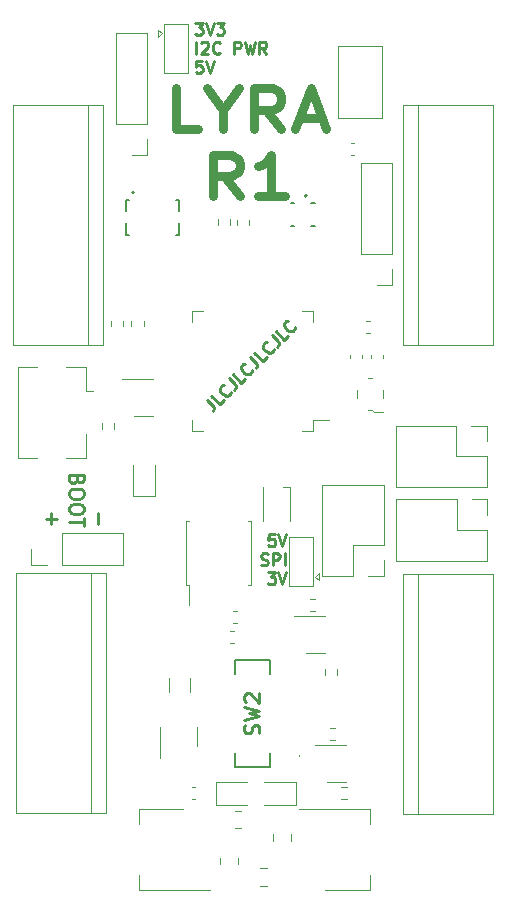
<source format=gbr>
%TF.GenerationSoftware,KiCad,Pcbnew,7.0.5*%
%TF.CreationDate,2023-08-09T18:59:09-07:00*%
%TF.ProjectId,lyra r1,6c797261-2072-4312-9e6b-696361645f70,rev?*%
%TF.SameCoordinates,Original*%
%TF.FileFunction,Legend,Top*%
%TF.FilePolarity,Positive*%
%FSLAX46Y46*%
G04 Gerber Fmt 4.6, Leading zero omitted, Abs format (unit mm)*
G04 Created by KiCad (PCBNEW 7.0.5) date 2023-08-09 18:59:09*
%MOMM*%
%LPD*%
G01*
G04 APERTURE LIST*
%ADD10C,0.750000*%
%ADD11C,0.250000*%
%ADD12C,0.254000*%
%ADD13C,0.120000*%
%ADD14C,0.200000*%
%ADD15C,0.071590*%
%ADD16C,0.127000*%
G04 APERTURE END LIST*
D10*
X140640324Y-92805267D02*
X138735562Y-92805267D01*
X138735562Y-92805267D02*
X138735562Y-89305267D01*
X142735562Y-91138601D02*
X142735562Y-92805267D01*
X141402229Y-89305267D02*
X142735562Y-91138601D01*
X142735562Y-91138601D02*
X144068896Y-89305267D01*
X147687943Y-92805267D02*
X146354609Y-91138601D01*
X145402228Y-92805267D02*
X145402228Y-89305267D01*
X145402228Y-89305267D02*
X146926038Y-89305267D01*
X146926038Y-89305267D02*
X147306990Y-89471934D01*
X147306990Y-89471934D02*
X147497467Y-89638601D01*
X147497467Y-89638601D02*
X147687943Y-89971934D01*
X147687943Y-89971934D02*
X147687943Y-90471934D01*
X147687943Y-90471934D02*
X147497467Y-90805267D01*
X147497467Y-90805267D02*
X147306990Y-90971934D01*
X147306990Y-90971934D02*
X146926038Y-91138601D01*
X146926038Y-91138601D02*
X145402228Y-91138601D01*
X149211752Y-91805267D02*
X151116514Y-91805267D01*
X148830800Y-92805267D02*
X150164133Y-89305267D01*
X150164133Y-89305267D02*
X151497467Y-92805267D01*
X144164133Y-98440267D02*
X142830799Y-96773601D01*
X141878418Y-98440267D02*
X141878418Y-94940267D01*
X141878418Y-94940267D02*
X143402228Y-94940267D01*
X143402228Y-94940267D02*
X143783180Y-95106934D01*
X143783180Y-95106934D02*
X143973657Y-95273601D01*
X143973657Y-95273601D02*
X144164133Y-95606934D01*
X144164133Y-95606934D02*
X144164133Y-96106934D01*
X144164133Y-96106934D02*
X143973657Y-96440267D01*
X143973657Y-96440267D02*
X143783180Y-96606934D01*
X143783180Y-96606934D02*
X143402228Y-96773601D01*
X143402228Y-96773601D02*
X141878418Y-96773601D01*
X147973657Y-98440267D02*
X145687942Y-98440267D01*
X146830799Y-98440267D02*
X146830799Y-94940267D01*
X146830799Y-94940267D02*
X146449847Y-95440267D01*
X146449847Y-95440267D02*
X146068895Y-95773601D01*
X146068895Y-95773601D02*
X145687942Y-95940267D01*
D11*
X147102188Y-127082219D02*
X146625998Y-127082219D01*
X146625998Y-127082219D02*
X146578379Y-127558409D01*
X146578379Y-127558409D02*
X146625998Y-127510790D01*
X146625998Y-127510790D02*
X146721236Y-127463171D01*
X146721236Y-127463171D02*
X146959331Y-127463171D01*
X146959331Y-127463171D02*
X147054569Y-127510790D01*
X147054569Y-127510790D02*
X147102188Y-127558409D01*
X147102188Y-127558409D02*
X147149807Y-127653647D01*
X147149807Y-127653647D02*
X147149807Y-127891742D01*
X147149807Y-127891742D02*
X147102188Y-127986980D01*
X147102188Y-127986980D02*
X147054569Y-128034600D01*
X147054569Y-128034600D02*
X146959331Y-128082219D01*
X146959331Y-128082219D02*
X146721236Y-128082219D01*
X146721236Y-128082219D02*
X146625998Y-128034600D01*
X146625998Y-128034600D02*
X146578379Y-127986980D01*
X147435522Y-127082219D02*
X147768855Y-128082219D01*
X147768855Y-128082219D02*
X148102188Y-127082219D01*
X145959332Y-129644600D02*
X146102189Y-129692219D01*
X146102189Y-129692219D02*
X146340284Y-129692219D01*
X146340284Y-129692219D02*
X146435522Y-129644600D01*
X146435522Y-129644600D02*
X146483141Y-129596980D01*
X146483141Y-129596980D02*
X146530760Y-129501742D01*
X146530760Y-129501742D02*
X146530760Y-129406504D01*
X146530760Y-129406504D02*
X146483141Y-129311266D01*
X146483141Y-129311266D02*
X146435522Y-129263647D01*
X146435522Y-129263647D02*
X146340284Y-129216028D01*
X146340284Y-129216028D02*
X146149808Y-129168409D01*
X146149808Y-129168409D02*
X146054570Y-129120790D01*
X146054570Y-129120790D02*
X146006951Y-129073171D01*
X146006951Y-129073171D02*
X145959332Y-128977933D01*
X145959332Y-128977933D02*
X145959332Y-128882695D01*
X145959332Y-128882695D02*
X146006951Y-128787457D01*
X146006951Y-128787457D02*
X146054570Y-128739838D01*
X146054570Y-128739838D02*
X146149808Y-128692219D01*
X146149808Y-128692219D02*
X146387903Y-128692219D01*
X146387903Y-128692219D02*
X146530760Y-128739838D01*
X146959332Y-129692219D02*
X146959332Y-128692219D01*
X146959332Y-128692219D02*
X147340284Y-128692219D01*
X147340284Y-128692219D02*
X147435522Y-128739838D01*
X147435522Y-128739838D02*
X147483141Y-128787457D01*
X147483141Y-128787457D02*
X147530760Y-128882695D01*
X147530760Y-128882695D02*
X147530760Y-129025552D01*
X147530760Y-129025552D02*
X147483141Y-129120790D01*
X147483141Y-129120790D02*
X147435522Y-129168409D01*
X147435522Y-129168409D02*
X147340284Y-129216028D01*
X147340284Y-129216028D02*
X146959332Y-129216028D01*
X147959332Y-129692219D02*
X147959332Y-128692219D01*
X146530760Y-130302219D02*
X147149807Y-130302219D01*
X147149807Y-130302219D02*
X146816474Y-130683171D01*
X146816474Y-130683171D02*
X146959331Y-130683171D01*
X146959331Y-130683171D02*
X147054569Y-130730790D01*
X147054569Y-130730790D02*
X147102188Y-130778409D01*
X147102188Y-130778409D02*
X147149807Y-130873647D01*
X147149807Y-130873647D02*
X147149807Y-131111742D01*
X147149807Y-131111742D02*
X147102188Y-131206980D01*
X147102188Y-131206980D02*
X147054569Y-131254600D01*
X147054569Y-131254600D02*
X146959331Y-131302219D01*
X146959331Y-131302219D02*
X146673617Y-131302219D01*
X146673617Y-131302219D02*
X146578379Y-131254600D01*
X146578379Y-131254600D02*
X146530760Y-131206980D01*
X147435522Y-130302219D02*
X147768855Y-131302219D01*
X147768855Y-131302219D02*
X148102188Y-130302219D01*
X132188733Y-125290727D02*
X132188733Y-126235489D01*
X130369476Y-122456440D02*
X130310428Y-122633583D01*
X130310428Y-122633583D02*
X130251380Y-122692630D01*
X130251380Y-122692630D02*
X130133285Y-122751678D01*
X130133285Y-122751678D02*
X129956142Y-122751678D01*
X129956142Y-122751678D02*
X129838047Y-122692630D01*
X129838047Y-122692630D02*
X129779000Y-122633583D01*
X129779000Y-122633583D02*
X129719952Y-122515488D01*
X129719952Y-122515488D02*
X129719952Y-122043107D01*
X129719952Y-122043107D02*
X130959952Y-122043107D01*
X130959952Y-122043107D02*
X130959952Y-122456440D01*
X130959952Y-122456440D02*
X130900904Y-122574535D01*
X130900904Y-122574535D02*
X130841857Y-122633583D01*
X130841857Y-122633583D02*
X130723761Y-122692630D01*
X130723761Y-122692630D02*
X130605666Y-122692630D01*
X130605666Y-122692630D02*
X130487571Y-122633583D01*
X130487571Y-122633583D02*
X130428523Y-122574535D01*
X130428523Y-122574535D02*
X130369476Y-122456440D01*
X130369476Y-122456440D02*
X130369476Y-122043107D01*
X130959952Y-123519297D02*
X130959952Y-123755488D01*
X130959952Y-123755488D02*
X130900904Y-123873583D01*
X130900904Y-123873583D02*
X130782809Y-123991678D01*
X130782809Y-123991678D02*
X130546619Y-124050726D01*
X130546619Y-124050726D02*
X130133285Y-124050726D01*
X130133285Y-124050726D02*
X129897095Y-123991678D01*
X129897095Y-123991678D02*
X129779000Y-123873583D01*
X129779000Y-123873583D02*
X129719952Y-123755488D01*
X129719952Y-123755488D02*
X129719952Y-123519297D01*
X129719952Y-123519297D02*
X129779000Y-123401202D01*
X129779000Y-123401202D02*
X129897095Y-123283107D01*
X129897095Y-123283107D02*
X130133285Y-123224059D01*
X130133285Y-123224059D02*
X130546619Y-123224059D01*
X130546619Y-123224059D02*
X130782809Y-123283107D01*
X130782809Y-123283107D02*
X130900904Y-123401202D01*
X130900904Y-123401202D02*
X130959952Y-123519297D01*
X130959952Y-124818345D02*
X130959952Y-125054536D01*
X130959952Y-125054536D02*
X130900904Y-125172631D01*
X130900904Y-125172631D02*
X130782809Y-125290726D01*
X130782809Y-125290726D02*
X130546619Y-125349774D01*
X130546619Y-125349774D02*
X130133285Y-125349774D01*
X130133285Y-125349774D02*
X129897095Y-125290726D01*
X129897095Y-125290726D02*
X129779000Y-125172631D01*
X129779000Y-125172631D02*
X129719952Y-125054536D01*
X129719952Y-125054536D02*
X129719952Y-124818345D01*
X129719952Y-124818345D02*
X129779000Y-124700250D01*
X129779000Y-124700250D02*
X129897095Y-124582155D01*
X129897095Y-124582155D02*
X130133285Y-124523107D01*
X130133285Y-124523107D02*
X130546619Y-124523107D01*
X130546619Y-124523107D02*
X130782809Y-124582155D01*
X130782809Y-124582155D02*
X130900904Y-124700250D01*
X130900904Y-124700250D02*
X130959952Y-124818345D01*
X130959952Y-125704060D02*
X130959952Y-126412631D01*
X129719952Y-126058345D02*
X130959952Y-126058345D01*
X128195933Y-125290727D02*
X128195933Y-126235489D01*
X127723552Y-125763108D02*
X128668314Y-125763108D01*
X140388330Y-83782619D02*
X141007377Y-83782619D01*
X141007377Y-83782619D02*
X140674044Y-84163571D01*
X140674044Y-84163571D02*
X140816901Y-84163571D01*
X140816901Y-84163571D02*
X140912139Y-84211190D01*
X140912139Y-84211190D02*
X140959758Y-84258809D01*
X140959758Y-84258809D02*
X141007377Y-84354047D01*
X141007377Y-84354047D02*
X141007377Y-84592142D01*
X141007377Y-84592142D02*
X140959758Y-84687380D01*
X140959758Y-84687380D02*
X140912139Y-84735000D01*
X140912139Y-84735000D02*
X140816901Y-84782619D01*
X140816901Y-84782619D02*
X140531187Y-84782619D01*
X140531187Y-84782619D02*
X140435949Y-84735000D01*
X140435949Y-84735000D02*
X140388330Y-84687380D01*
X141293092Y-83782619D02*
X141626425Y-84782619D01*
X141626425Y-84782619D02*
X141959758Y-83782619D01*
X142197854Y-83782619D02*
X142816901Y-83782619D01*
X142816901Y-83782619D02*
X142483568Y-84163571D01*
X142483568Y-84163571D02*
X142626425Y-84163571D01*
X142626425Y-84163571D02*
X142721663Y-84211190D01*
X142721663Y-84211190D02*
X142769282Y-84258809D01*
X142769282Y-84258809D02*
X142816901Y-84354047D01*
X142816901Y-84354047D02*
X142816901Y-84592142D01*
X142816901Y-84592142D02*
X142769282Y-84687380D01*
X142769282Y-84687380D02*
X142721663Y-84735000D01*
X142721663Y-84735000D02*
X142626425Y-84782619D01*
X142626425Y-84782619D02*
X142340711Y-84782619D01*
X142340711Y-84782619D02*
X142245473Y-84735000D01*
X142245473Y-84735000D02*
X142197854Y-84687380D01*
X140483568Y-86392619D02*
X140483568Y-85392619D01*
X140912139Y-85487857D02*
X140959758Y-85440238D01*
X140959758Y-85440238D02*
X141054996Y-85392619D01*
X141054996Y-85392619D02*
X141293091Y-85392619D01*
X141293091Y-85392619D02*
X141388329Y-85440238D01*
X141388329Y-85440238D02*
X141435948Y-85487857D01*
X141435948Y-85487857D02*
X141483567Y-85583095D01*
X141483567Y-85583095D02*
X141483567Y-85678333D01*
X141483567Y-85678333D02*
X141435948Y-85821190D01*
X141435948Y-85821190D02*
X140864520Y-86392619D01*
X140864520Y-86392619D02*
X141483567Y-86392619D01*
X142483567Y-86297380D02*
X142435948Y-86345000D01*
X142435948Y-86345000D02*
X142293091Y-86392619D01*
X142293091Y-86392619D02*
X142197853Y-86392619D01*
X142197853Y-86392619D02*
X142054996Y-86345000D01*
X142054996Y-86345000D02*
X141959758Y-86249761D01*
X141959758Y-86249761D02*
X141912139Y-86154523D01*
X141912139Y-86154523D02*
X141864520Y-85964047D01*
X141864520Y-85964047D02*
X141864520Y-85821190D01*
X141864520Y-85821190D02*
X141912139Y-85630714D01*
X141912139Y-85630714D02*
X141959758Y-85535476D01*
X141959758Y-85535476D02*
X142054996Y-85440238D01*
X142054996Y-85440238D02*
X142197853Y-85392619D01*
X142197853Y-85392619D02*
X142293091Y-85392619D01*
X142293091Y-85392619D02*
X142435948Y-85440238D01*
X142435948Y-85440238D02*
X142483567Y-85487857D01*
X143674044Y-86392619D02*
X143674044Y-85392619D01*
X143674044Y-85392619D02*
X144054996Y-85392619D01*
X144054996Y-85392619D02*
X144150234Y-85440238D01*
X144150234Y-85440238D02*
X144197853Y-85487857D01*
X144197853Y-85487857D02*
X144245472Y-85583095D01*
X144245472Y-85583095D02*
X144245472Y-85725952D01*
X144245472Y-85725952D02*
X144197853Y-85821190D01*
X144197853Y-85821190D02*
X144150234Y-85868809D01*
X144150234Y-85868809D02*
X144054996Y-85916428D01*
X144054996Y-85916428D02*
X143674044Y-85916428D01*
X144578806Y-85392619D02*
X144816901Y-86392619D01*
X144816901Y-86392619D02*
X145007377Y-85678333D01*
X145007377Y-85678333D02*
X145197853Y-86392619D01*
X145197853Y-86392619D02*
X145435949Y-85392619D01*
X146388329Y-86392619D02*
X146054996Y-85916428D01*
X145816901Y-86392619D02*
X145816901Y-85392619D01*
X145816901Y-85392619D02*
X146197853Y-85392619D01*
X146197853Y-85392619D02*
X146293091Y-85440238D01*
X146293091Y-85440238D02*
X146340710Y-85487857D01*
X146340710Y-85487857D02*
X146388329Y-85583095D01*
X146388329Y-85583095D02*
X146388329Y-85725952D01*
X146388329Y-85725952D02*
X146340710Y-85821190D01*
X146340710Y-85821190D02*
X146293091Y-85868809D01*
X146293091Y-85868809D02*
X146197853Y-85916428D01*
X146197853Y-85916428D02*
X145816901Y-85916428D01*
X140959758Y-87002619D02*
X140483568Y-87002619D01*
X140483568Y-87002619D02*
X140435949Y-87478809D01*
X140435949Y-87478809D02*
X140483568Y-87431190D01*
X140483568Y-87431190D02*
X140578806Y-87383571D01*
X140578806Y-87383571D02*
X140816901Y-87383571D01*
X140816901Y-87383571D02*
X140912139Y-87431190D01*
X140912139Y-87431190D02*
X140959758Y-87478809D01*
X140959758Y-87478809D02*
X141007377Y-87574047D01*
X141007377Y-87574047D02*
X141007377Y-87812142D01*
X141007377Y-87812142D02*
X140959758Y-87907380D01*
X140959758Y-87907380D02*
X140912139Y-87955000D01*
X140912139Y-87955000D02*
X140816901Y-88002619D01*
X140816901Y-88002619D02*
X140578806Y-88002619D01*
X140578806Y-88002619D02*
X140483568Y-87955000D01*
X140483568Y-87955000D02*
X140435949Y-87907380D01*
X141293092Y-87002619D02*
X141626425Y-88002619D01*
X141626425Y-88002619D02*
X141959758Y-87002619D01*
X141428554Y-115690174D02*
X141933630Y-116195250D01*
X141933630Y-116195250D02*
X142000973Y-116329937D01*
X142000973Y-116329937D02*
X142000973Y-116464624D01*
X142000973Y-116464624D02*
X141933630Y-116599311D01*
X141933630Y-116599311D02*
X141866286Y-116666655D01*
X142809096Y-115723846D02*
X142472378Y-116060563D01*
X142472378Y-116060563D02*
X141765271Y-115353456D01*
X143381516Y-115016739D02*
X143381516Y-115084082D01*
X143381516Y-115084082D02*
X143314172Y-115218769D01*
X143314172Y-115218769D02*
X143246829Y-115286113D01*
X143246829Y-115286113D02*
X143112142Y-115353456D01*
X143112142Y-115353456D02*
X142977455Y-115353456D01*
X142977455Y-115353456D02*
X142876439Y-115319785D01*
X142876439Y-115319785D02*
X142708081Y-115218769D01*
X142708081Y-115218769D02*
X142607065Y-115117754D01*
X142607065Y-115117754D02*
X142506050Y-114949395D01*
X142506050Y-114949395D02*
X142472378Y-114848380D01*
X142472378Y-114848380D02*
X142472378Y-114713693D01*
X142472378Y-114713693D02*
X142539722Y-114579006D01*
X142539722Y-114579006D02*
X142607065Y-114511663D01*
X142607065Y-114511663D02*
X142741752Y-114444319D01*
X142741752Y-114444319D02*
X142809096Y-114444319D01*
X143246829Y-113871899D02*
X143751905Y-114376976D01*
X143751905Y-114376976D02*
X143819248Y-114511663D01*
X143819248Y-114511663D02*
X143819248Y-114646350D01*
X143819248Y-114646350D02*
X143751905Y-114781037D01*
X143751905Y-114781037D02*
X143684561Y-114848380D01*
X144627371Y-113905571D02*
X144290653Y-114242288D01*
X144290653Y-114242288D02*
X143583546Y-113535182D01*
X145199790Y-113198464D02*
X145199790Y-113265807D01*
X145199790Y-113265807D02*
X145132447Y-113400494D01*
X145132447Y-113400494D02*
X145065103Y-113467838D01*
X145065103Y-113467838D02*
X144930416Y-113535181D01*
X144930416Y-113535181D02*
X144795729Y-113535181D01*
X144795729Y-113535181D02*
X144694714Y-113501510D01*
X144694714Y-113501510D02*
X144526355Y-113400494D01*
X144526355Y-113400494D02*
X144425340Y-113299479D01*
X144425340Y-113299479D02*
X144324325Y-113131120D01*
X144324325Y-113131120D02*
X144290653Y-113030105D01*
X144290653Y-113030105D02*
X144290653Y-112895418D01*
X144290653Y-112895418D02*
X144357997Y-112760731D01*
X144357997Y-112760731D02*
X144425340Y-112693388D01*
X144425340Y-112693388D02*
X144560027Y-112626044D01*
X144560027Y-112626044D02*
X144627371Y-112626044D01*
X145065103Y-112053624D02*
X145570180Y-112558701D01*
X145570180Y-112558701D02*
X145637523Y-112693388D01*
X145637523Y-112693388D02*
X145637523Y-112828075D01*
X145637523Y-112828075D02*
X145570180Y-112962762D01*
X145570180Y-112962762D02*
X145502836Y-113030105D01*
X146445645Y-112087296D02*
X146108928Y-112424014D01*
X146108928Y-112424014D02*
X145401821Y-111716907D01*
X147018065Y-111380189D02*
X147018065Y-111447533D01*
X147018065Y-111447533D02*
X146950722Y-111582220D01*
X146950722Y-111582220D02*
X146883378Y-111649563D01*
X146883378Y-111649563D02*
X146748691Y-111716907D01*
X146748691Y-111716907D02*
X146614004Y-111716907D01*
X146614004Y-111716907D02*
X146512989Y-111683235D01*
X146512989Y-111683235D02*
X146344630Y-111582220D01*
X146344630Y-111582220D02*
X146243615Y-111481204D01*
X146243615Y-111481204D02*
X146142600Y-111312846D01*
X146142600Y-111312846D02*
X146108928Y-111211830D01*
X146108928Y-111211830D02*
X146108928Y-111077143D01*
X146108928Y-111077143D02*
X146176272Y-110942456D01*
X146176272Y-110942456D02*
X146243615Y-110875113D01*
X146243615Y-110875113D02*
X146378302Y-110807769D01*
X146378302Y-110807769D02*
X146445646Y-110807769D01*
X146883378Y-110235350D02*
X147388455Y-110740426D01*
X147388455Y-110740426D02*
X147455798Y-110875113D01*
X147455798Y-110875113D02*
X147455798Y-111009800D01*
X147455798Y-111009800D02*
X147388455Y-111144487D01*
X147388455Y-111144487D02*
X147321111Y-111211830D01*
X148263920Y-110269021D02*
X147927203Y-110605739D01*
X147927203Y-110605739D02*
X147220096Y-109898632D01*
X148836340Y-109561914D02*
X148836340Y-109629258D01*
X148836340Y-109629258D02*
X148768997Y-109763945D01*
X148768997Y-109763945D02*
X148701653Y-109831288D01*
X148701653Y-109831288D02*
X148566966Y-109898632D01*
X148566966Y-109898632D02*
X148432279Y-109898632D01*
X148432279Y-109898632D02*
X148331264Y-109864960D01*
X148331264Y-109864960D02*
X148162905Y-109763945D01*
X148162905Y-109763945D02*
X148061890Y-109662929D01*
X148061890Y-109662929D02*
X147960875Y-109494571D01*
X147960875Y-109494571D02*
X147927203Y-109393555D01*
X147927203Y-109393555D02*
X147927203Y-109258868D01*
X147927203Y-109258868D02*
X147994546Y-109124181D01*
X147994546Y-109124181D02*
X148061890Y-109056838D01*
X148061890Y-109056838D02*
X148196577Y-108989494D01*
X148196577Y-108989494D02*
X148263920Y-108989494D01*
D12*
%TO.C,SW2*%
X145765842Y-143943333D02*
X145826318Y-143761904D01*
X145826318Y-143761904D02*
X145826318Y-143459523D01*
X145826318Y-143459523D02*
X145765842Y-143338571D01*
X145765842Y-143338571D02*
X145705365Y-143278095D01*
X145705365Y-143278095D02*
X145584413Y-143217618D01*
X145584413Y-143217618D02*
X145463461Y-143217618D01*
X145463461Y-143217618D02*
X145342508Y-143278095D01*
X145342508Y-143278095D02*
X145282032Y-143338571D01*
X145282032Y-143338571D02*
X145221556Y-143459523D01*
X145221556Y-143459523D02*
X145161080Y-143701428D01*
X145161080Y-143701428D02*
X145100603Y-143822380D01*
X145100603Y-143822380D02*
X145040127Y-143882857D01*
X145040127Y-143882857D02*
X144919175Y-143943333D01*
X144919175Y-143943333D02*
X144798222Y-143943333D01*
X144798222Y-143943333D02*
X144677270Y-143882857D01*
X144677270Y-143882857D02*
X144616794Y-143822380D01*
X144616794Y-143822380D02*
X144556318Y-143701428D01*
X144556318Y-143701428D02*
X144556318Y-143399047D01*
X144556318Y-143399047D02*
X144616794Y-143217618D01*
X144556318Y-142794285D02*
X145826318Y-142491904D01*
X145826318Y-142491904D02*
X144919175Y-142249999D01*
X144919175Y-142249999D02*
X145826318Y-142008094D01*
X145826318Y-142008094D02*
X144556318Y-141705714D01*
X144677270Y-141282380D02*
X144616794Y-141221904D01*
X144616794Y-141221904D02*
X144556318Y-141100951D01*
X144556318Y-141100951D02*
X144556318Y-140798570D01*
X144556318Y-140798570D02*
X144616794Y-140677618D01*
X144616794Y-140677618D02*
X144677270Y-140617142D01*
X144677270Y-140617142D02*
X144798222Y-140556665D01*
X144798222Y-140556665D02*
X144919175Y-140556665D01*
X144919175Y-140556665D02*
X145100603Y-140617142D01*
X145100603Y-140617142D02*
X145826318Y-141342856D01*
X145826318Y-141342856D02*
X145826318Y-140556665D01*
D13*
%TO.C,R16*%
X134272500Y-109012742D02*
X134272500Y-109487258D01*
X133227500Y-109012742D02*
X133227500Y-109487258D01*
%TO.C,FB1*%
X140087221Y-148490000D02*
X140412779Y-148490000D01*
X140087221Y-149510000D02*
X140412779Y-149510000D01*
%TO.C,U6*%
X139642000Y-131376000D02*
X139902000Y-131376000D01*
X139902000Y-131376000D02*
X139902000Y-133051000D01*
X145092000Y-131376000D02*
X144832000Y-131376000D01*
X139642000Y-128651000D02*
X139642000Y-131376000D01*
X139642000Y-128651000D02*
X139642000Y-125926000D01*
X145092000Y-128651000D02*
X145092000Y-131376000D01*
X145092000Y-128651000D02*
X145092000Y-125926000D01*
X139642000Y-125926000D02*
X139902000Y-125926000D01*
X145092000Y-125926000D02*
X144832000Y-125926000D01*
%TO.C,JP1*%
X139750000Y-83900000D02*
X139750000Y-88000000D01*
X137750000Y-83900000D02*
X139750000Y-83900000D01*
X137250000Y-84350000D02*
X137250000Y-84950000D01*
X137550000Y-84650000D02*
X137250000Y-84350000D01*
X137550000Y-84650000D02*
X137250000Y-84950000D01*
X139750000Y-88000000D02*
X137750000Y-88000000D01*
X137750000Y-88000000D02*
X137750000Y-83900000D01*
%TO.C,R9*%
X151369500Y-138987258D02*
X151369500Y-138512742D01*
X152414500Y-138987258D02*
X152414500Y-138512742D01*
%TO.C,J6*%
X165120000Y-124130000D02*
X165120000Y-125460000D01*
X163790000Y-124130000D02*
X165120000Y-124130000D01*
X162520000Y-124130000D02*
X157380000Y-124130000D01*
X162520000Y-124130000D02*
X162520000Y-126730000D01*
X157380000Y-124130000D02*
X157380000Y-129330000D01*
X165120000Y-126730000D02*
X165120000Y-129330000D01*
X162520000Y-126730000D02*
X165120000Y-126730000D01*
X165120000Y-129330000D02*
X157380000Y-129330000D01*
%TO.C,Q3*%
X152362500Y-144940000D02*
X150562500Y-144940000D01*
X152362500Y-144940000D02*
X153162500Y-144940000D01*
X152362500Y-148060000D02*
X151562500Y-148060000D01*
X152362500Y-148060000D02*
X153162500Y-148060000D01*
%TO.C,J10*%
X126497800Y-129650800D02*
X126497800Y-128320800D01*
X127827800Y-129650800D02*
X126497800Y-129650800D01*
X129097800Y-129650800D02*
X134237800Y-129650800D01*
X129097800Y-129650800D02*
X129097800Y-126990800D01*
X134237800Y-129650800D02*
X134237800Y-126990800D01*
X129097800Y-126990800D02*
X134237800Y-126990800D01*
%TO.C,J12*%
X165560000Y-130470000D02*
X157940000Y-130470000D01*
X165560000Y-130470000D02*
X165560000Y-150790000D01*
X157940000Y-130470000D02*
X157940000Y-150790000D01*
X159210000Y-150790000D02*
X159210000Y-130470000D01*
X157940000Y-150790000D02*
X165560000Y-150790000D01*
%TO.C,C4*%
X147015000Y-153011252D02*
X147015000Y-152488748D01*
X148485000Y-153011252D02*
X148485000Y-152488748D01*
%TO.C,U7*%
X150360000Y-118360000D02*
X150360000Y-117410000D01*
X150360000Y-117410000D02*
X151700000Y-117410000D01*
X150360000Y-108140000D02*
X150360000Y-109090000D01*
X149410000Y-118360000D02*
X150360000Y-118360000D01*
X149410000Y-108140000D02*
X150360000Y-108140000D01*
X141090000Y-118360000D02*
X140140000Y-118360000D01*
X141090000Y-108140000D02*
X140140000Y-108140000D01*
X140140000Y-118360000D02*
X140140000Y-117410000D01*
X140140000Y-108140000D02*
X140140000Y-109090000D01*
%TO.C,C9*%
X143904580Y-134622000D02*
X143623420Y-134622000D01*
X143904580Y-133602000D02*
X143623420Y-133602000D01*
%TO.C,J11*%
X165560000Y-90710000D02*
X157940000Y-90710000D01*
X165560000Y-90710000D02*
X165560000Y-111030000D01*
X157940000Y-90710000D02*
X157940000Y-111030000D01*
X159210000Y-111030000D02*
X159210000Y-90710000D01*
X157940000Y-111030000D02*
X165560000Y-111030000D01*
%TO.C,J8*%
X156355000Y-130605000D02*
X155025000Y-130605000D01*
X156355000Y-129275000D02*
X156355000Y-130605000D01*
X156355000Y-128005000D02*
X156355000Y-122865000D01*
X156355000Y-128005000D02*
X153755000Y-128005000D01*
X156355000Y-122865000D02*
X151155000Y-122865000D01*
X153755000Y-130605000D02*
X151155000Y-130605000D01*
X153755000Y-128005000D02*
X153755000Y-130605000D01*
X151155000Y-130605000D02*
X151155000Y-122865000D01*
%TO.C,J5*%
X124940000Y-111030000D02*
X132560000Y-111030000D01*
X124940000Y-111030000D02*
X124940000Y-90710000D01*
X132560000Y-111030000D02*
X132560000Y-90710000D01*
X131290000Y-90710000D02*
X131290000Y-111030000D01*
X132560000Y-90710000D02*
X124940000Y-90710000D01*
%TO.C,U2*%
X149150000Y-150340000D02*
X155160000Y-150340000D01*
X151400000Y-157160000D02*
X155160000Y-157160000D01*
X155160000Y-150340000D02*
X155160000Y-151600000D01*
X155160000Y-157160000D02*
X155160000Y-155900000D01*
%TO.C,C19*%
X153490000Y-112140580D02*
X153490000Y-111859420D01*
X154510000Y-112140580D02*
X154510000Y-111859420D01*
%TO.C,Q2*%
X150571200Y-133974400D02*
X148771200Y-133974400D01*
X150571200Y-133974400D02*
X151371200Y-133974400D01*
X150571200Y-137094400D02*
X149771200Y-137094400D01*
X150571200Y-137094400D02*
X151371200Y-137094400D01*
%TO.C,R12*%
X153237258Y-149522500D02*
X152762742Y-149522500D01*
X153237258Y-148477500D02*
X152762742Y-148477500D01*
D14*
%TO.C,SW2*%
X143750000Y-146750000D02*
X146750000Y-146750000D01*
X143750000Y-146750000D02*
X143750000Y-145573000D01*
X146750000Y-146750000D02*
X146750000Y-145573000D01*
D15*
X149218000Y-145864000D02*
X149218000Y-145864000D01*
X149218000Y-145792000D02*
X149218000Y-145792000D01*
D14*
X143750000Y-137750000D02*
X143750000Y-138927000D01*
X146750000Y-137750000D02*
X146750000Y-138927000D01*
X146750000Y-137750000D02*
X143750000Y-137750000D01*
D15*
X149218000Y-145792000D02*
G75*
G03*
X149218000Y-145864000I0J-36000D01*
G01*
X149218000Y-145864000D02*
G75*
G03*
X149218000Y-145792000I0J36000D01*
G01*
D13*
%TO.C,J4*%
X136330000Y-94950000D02*
X135000000Y-94950000D01*
X136330000Y-93620000D02*
X136330000Y-94950000D01*
X136330000Y-92350000D02*
X136330000Y-84670000D01*
X136330000Y-92350000D02*
X133670000Y-92350000D01*
X136330000Y-84670000D02*
X133670000Y-84670000D01*
X133670000Y-92350000D02*
X133670000Y-84670000D01*
%TO.C,J3*%
X125190000Y-150660000D02*
X132810000Y-150660000D01*
X125190000Y-150660000D02*
X125190000Y-130340000D01*
X132810000Y-150660000D02*
X132810000Y-130340000D01*
X131540000Y-130340000D02*
X131540000Y-150660000D01*
X132810000Y-130340000D02*
X125190000Y-130340000D01*
%TO.C,R8*%
X150554458Y-133567700D02*
X150079942Y-133567700D01*
X150554458Y-132522700D02*
X150079942Y-132522700D01*
%TO.C,F1*%
X139949600Y-139250336D02*
X139949600Y-140454464D01*
X138129600Y-139250336D02*
X138129600Y-140454464D01*
%TO.C,D1*%
X142127500Y-148040000D02*
X142127500Y-149960000D01*
X142127500Y-149960000D02*
X144812500Y-149960000D01*
X144812500Y-148040000D02*
X142127500Y-148040000D01*
%TO.C,SW1*%
X156180400Y-85738400D02*
X156180400Y-91858400D01*
X152480400Y-85738400D02*
X156180400Y-85738400D01*
X156180400Y-91858400D02*
X152480400Y-91858400D01*
X152480400Y-91858400D02*
X152480400Y-85738400D01*
%TO.C,R10*%
X152237258Y-144522500D02*
X151762742Y-144522500D01*
X152237258Y-143477500D02*
X151762742Y-143477500D01*
%TO.C,JP3*%
X148361900Y-131437600D02*
X148361900Y-127337600D01*
X150361900Y-131437600D02*
X148361900Y-131437600D01*
X150861900Y-130987600D02*
X150861900Y-130387600D01*
X150561900Y-130687600D02*
X150861900Y-130987600D01*
X150561900Y-130687600D02*
X150861900Y-130387600D01*
X148361900Y-127337600D02*
X150361900Y-127337600D01*
X150361900Y-127337600D02*
X150361900Y-131437600D01*
%TO.C,J2*%
X157080000Y-105950000D02*
X155750000Y-105950000D01*
X157080000Y-104620000D02*
X157080000Y-105950000D01*
X157080000Y-103350000D02*
X157080000Y-95670000D01*
X157080000Y-103350000D02*
X154420000Y-103350000D01*
X157080000Y-95670000D02*
X154420000Y-95670000D01*
X154420000Y-103350000D02*
X154420000Y-95670000D01*
%TO.C,U3*%
X136000000Y-113940000D02*
X134200000Y-113940000D01*
X136000000Y-113940000D02*
X136800000Y-113940000D01*
X136000000Y-117060000D02*
X135200000Y-117060000D01*
X136000000Y-117060000D02*
X136800000Y-117060000D01*
%TO.C,J1*%
X131174000Y-112908400D02*
X131174000Y-114968400D01*
X129464000Y-112908400D02*
X131174000Y-112908400D01*
X125354000Y-112908400D02*
X126964000Y-112908400D01*
X125354000Y-112908400D02*
X125354000Y-120628400D01*
X131174000Y-114968400D02*
X131764000Y-114968400D01*
X131174000Y-120628400D02*
X131174000Y-118568400D01*
X129464000Y-120628400D02*
X131174000Y-120628400D01*
X125354000Y-120628400D02*
X126964000Y-120628400D01*
%TO.C,C11*%
X153580220Y-93978000D02*
X153861380Y-93978000D01*
X153580220Y-94998000D02*
X153861380Y-94998000D01*
%TO.C,FB2*%
X155162779Y-110010000D02*
X154837221Y-110010000D01*
X155162779Y-108990000D02*
X154837221Y-108990000D01*
%TO.C,R15*%
X144972300Y-100444542D02*
X144972300Y-100919058D01*
X143927300Y-100444542D02*
X143927300Y-100919058D01*
%TO.C,Q1*%
X137378000Y-144221200D02*
X137378000Y-146021200D01*
X137378000Y-144221200D02*
X137378000Y-143421200D01*
X140498000Y-144221200D02*
X140498000Y-145021200D01*
X140498000Y-144221200D02*
X140498000Y-143421200D01*
%TO.C,D4*%
X148935000Y-149960000D02*
X148935000Y-148040000D01*
X148935000Y-148040000D02*
X146250000Y-148040000D01*
X146250000Y-149960000D02*
X148935000Y-149960000D01*
%TO.C,R17*%
X143321300Y-100397542D02*
X143321300Y-100872058D01*
X142276300Y-100397542D02*
X142276300Y-100872058D01*
%TO.C,R2*%
X132477500Y-118144058D02*
X132477500Y-117669542D01*
X133522500Y-118144058D02*
X133522500Y-117669542D01*
%TO.C,C3*%
X143985000Y-154488748D02*
X143985000Y-155011252D01*
X142515000Y-154488748D02*
X142515000Y-155011252D01*
%TO.C,C12*%
X143650580Y-136273000D02*
X143369420Y-136273000D01*
X143650580Y-135253000D02*
X143369420Y-135253000D01*
%TO.C,X1*%
X156304000Y-114869000D02*
X156304000Y-115509000D01*
X155574000Y-116749000D02*
X156264000Y-116749000D01*
X155364000Y-113829000D02*
X155024000Y-113829000D01*
X155354000Y-116549000D02*
X155024000Y-116549000D01*
X154084000Y-114869000D02*
X154084000Y-115509000D01*
X155354000Y-116549000D02*
G75*
G03*
X155574000Y-116748999I310001J120002D01*
G01*
%TO.C,D3*%
X135082400Y-123859000D02*
X137002400Y-123859000D01*
X137002400Y-123859000D02*
X137002400Y-121174000D01*
X135082400Y-121174000D02*
X135082400Y-123859000D01*
%TO.C,R18*%
X134987500Y-109487258D02*
X134987500Y-109012742D01*
X136032500Y-109487258D02*
X136032500Y-109012742D01*
D16*
%TO.C,U5*%
X148500000Y-99000000D02*
X148792500Y-99000000D01*
X148500000Y-99042500D02*
X148500000Y-99000000D01*
X148500000Y-101000000D02*
X148500000Y-100957500D01*
X148500000Y-101000000D02*
X148792500Y-101000000D01*
X150207500Y-99000000D02*
X150500000Y-99000000D01*
X150500000Y-99000000D02*
X150500000Y-99042500D01*
X150500000Y-100957500D02*
X150500000Y-101000000D01*
X150500000Y-101000000D02*
X150207500Y-101000000D01*
D14*
X149850000Y-98412500D02*
G75*
G03*
X149850000Y-98412500I-100000J0D01*
G01*
D13*
%TO.C,J7*%
X165105000Y-117880000D02*
X165105000Y-119210000D01*
X163775000Y-117880000D02*
X165105000Y-117880000D01*
X162505000Y-117880000D02*
X157365000Y-117880000D01*
X162505000Y-117880000D02*
X162505000Y-120480000D01*
X157365000Y-117880000D02*
X157365000Y-123080000D01*
X165105000Y-120480000D02*
X165105000Y-123080000D01*
X162505000Y-120480000D02*
X165105000Y-120480000D01*
X165105000Y-123080000D02*
X157365000Y-123080000D01*
%TO.C,C1*%
X143738748Y-150515000D02*
X144261252Y-150515000D01*
X143738748Y-151985000D02*
X144261252Y-151985000D01*
%TO.C,C18*%
X155240000Y-112140580D02*
X155240000Y-111859420D01*
X156260000Y-112140580D02*
X156260000Y-111859420D01*
%TO.C,D5*%
X148400000Y-123050000D02*
X148400000Y-125950000D01*
X147800000Y-123050000D02*
X148400000Y-123050000D01*
X146100000Y-123050000D02*
X146100000Y-125950000D01*
%TO.C,U1*%
X141600000Y-157160000D02*
X135590000Y-157160000D01*
X139350000Y-150340000D02*
X135590000Y-150340000D01*
X135590000Y-157160000D02*
X135590000Y-155900000D01*
X135590000Y-150340000D02*
X135590000Y-151600000D01*
D16*
%TO.C,U4*%
X134500000Y-98750000D02*
X134750000Y-98750000D01*
X134500000Y-99750000D02*
X134500000Y-98750000D01*
X134500000Y-101750000D02*
X134500000Y-100750000D01*
X134750000Y-101750000D02*
X134500000Y-101750000D01*
X139000000Y-98750000D02*
X138750000Y-98750000D01*
X139000000Y-99750000D02*
X139000000Y-98750000D01*
X139000000Y-100750000D02*
X139000000Y-101750000D01*
X139000000Y-101750000D02*
X138750000Y-101750000D01*
D14*
X135221000Y-98150000D02*
G75*
G03*
X135221000Y-98150000I-100000J0D01*
G01*
D13*
%TO.C,C2*%
X146438252Y-156818000D02*
X145915748Y-156818000D01*
X146438252Y-155348000D02*
X145915748Y-155348000D01*
%TD*%
M02*

</source>
